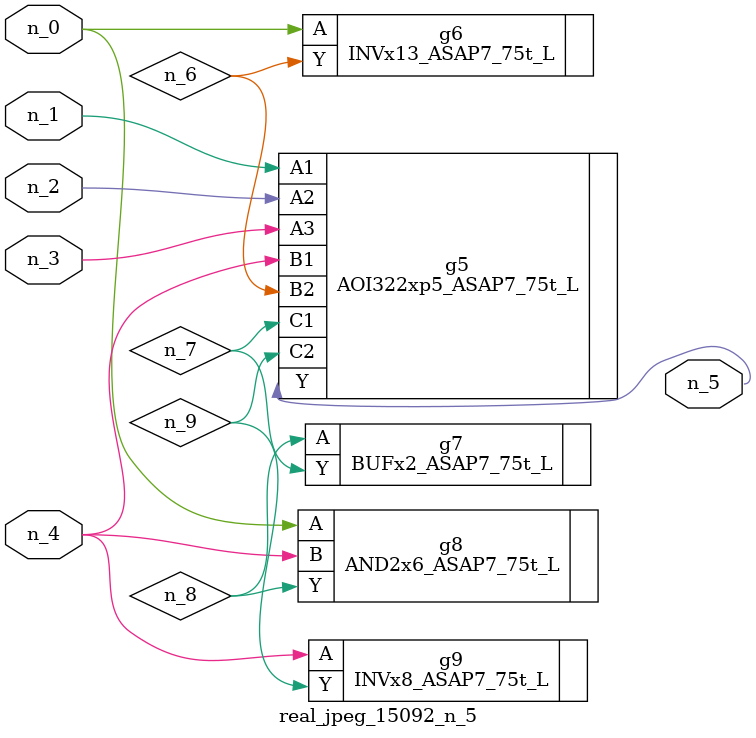
<source format=v>
module real_jpeg_15092_n_5 (n_4, n_0, n_1, n_2, n_3, n_5);

input n_4;
input n_0;
input n_1;
input n_2;
input n_3;

output n_5;

wire n_8;
wire n_6;
wire n_7;
wire n_9;

INVx13_ASAP7_75t_L g6 ( 
.A(n_0),
.Y(n_6)
);

AND2x6_ASAP7_75t_L g8 ( 
.A(n_0),
.B(n_4),
.Y(n_8)
);

AOI322xp5_ASAP7_75t_L g5 ( 
.A1(n_1),
.A2(n_2),
.A3(n_3),
.B1(n_4),
.B2(n_6),
.C1(n_7),
.C2(n_9),
.Y(n_5)
);

INVx8_ASAP7_75t_L g9 ( 
.A(n_4),
.Y(n_9)
);

BUFx2_ASAP7_75t_L g7 ( 
.A(n_8),
.Y(n_7)
);


endmodule
</source>
